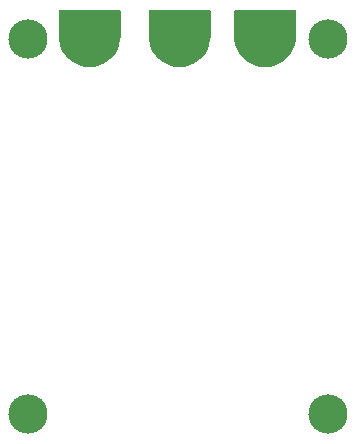
<source format=gbr>
G04 EAGLE Gerber RS-274X export*
G75*
%MOMM*%
%FSLAX34Y34*%
%LPD*%
%INSoldermask Bottom*%
%IPPOS*%
%AMOC8*
5,1,8,0,0,1.08239X$1,22.5*%
G01*
%ADD10C,3.317600*%
%ADD11C,4.317600*%

G36*
X81148Y319413D02*
X81148Y319413D01*
X81229Y319431D01*
X81274Y319431D01*
X84815Y320201D01*
X84892Y320231D01*
X84936Y320237D01*
X88332Y321503D01*
X88405Y321543D01*
X88447Y321556D01*
X91628Y323293D01*
X91694Y323343D01*
X91735Y323361D01*
X94636Y325533D01*
X94694Y325592D01*
X94732Y325616D01*
X97294Y328178D01*
X97343Y328245D01*
X97377Y328274D01*
X99549Y331175D01*
X99588Y331249D01*
X99617Y331282D01*
X101354Y334463D01*
X101383Y334541D01*
X101407Y334578D01*
X102673Y337974D01*
X102690Y338055D01*
X102709Y338095D01*
X103479Y341636D01*
X103485Y341719D01*
X103497Y341762D01*
X103756Y345377D01*
X103753Y345416D01*
X103758Y345440D01*
X103758Y366140D01*
X103743Y366242D01*
X103735Y366344D01*
X103723Y366372D01*
X103718Y366403D01*
X103674Y366495D01*
X103636Y366591D01*
X103616Y366614D01*
X103603Y366642D01*
X103533Y366717D01*
X103468Y366797D01*
X103442Y366814D01*
X103421Y366836D01*
X103332Y366887D01*
X103247Y366944D01*
X103223Y366950D01*
X103191Y366968D01*
X102931Y367026D01*
X102893Y367023D01*
X102870Y367028D01*
X52070Y367028D01*
X51968Y367013D01*
X51866Y367005D01*
X51838Y366993D01*
X51807Y366988D01*
X51715Y366944D01*
X51619Y366906D01*
X51596Y366886D01*
X51568Y366873D01*
X51493Y366803D01*
X51413Y366738D01*
X51396Y366712D01*
X51374Y366691D01*
X51323Y366602D01*
X51266Y366517D01*
X51260Y366493D01*
X51242Y366461D01*
X51184Y366201D01*
X51187Y366163D01*
X51182Y366140D01*
X51182Y345440D01*
X51188Y345401D01*
X51184Y345377D01*
X51443Y341762D01*
X51461Y341681D01*
X51461Y341636D01*
X52231Y338095D01*
X52261Y338018D01*
X52267Y337974D01*
X53533Y334578D01*
X53573Y334505D01*
X53586Y334463D01*
X55323Y331282D01*
X55373Y331216D01*
X55391Y331175D01*
X57563Y328274D01*
X57622Y328216D01*
X57646Y328178D01*
X60208Y325616D01*
X60219Y325608D01*
X60225Y325601D01*
X60267Y325573D01*
X60275Y325567D01*
X60304Y325533D01*
X63205Y323361D01*
X63279Y323322D01*
X63312Y323293D01*
X66493Y321556D01*
X66571Y321527D01*
X66608Y321503D01*
X70004Y320237D01*
X70085Y320220D01*
X70125Y320201D01*
X73666Y319431D01*
X73749Y319425D01*
X73792Y319413D01*
X77407Y319154D01*
X77489Y319161D01*
X77533Y319154D01*
X81148Y319413D01*
G37*
G36*
X157348Y319413D02*
X157348Y319413D01*
X157429Y319431D01*
X157474Y319431D01*
X161015Y320201D01*
X161092Y320231D01*
X161136Y320237D01*
X164532Y321503D01*
X164605Y321543D01*
X164647Y321556D01*
X167828Y323293D01*
X167894Y323343D01*
X167935Y323361D01*
X170836Y325533D01*
X170894Y325592D01*
X170932Y325616D01*
X173494Y328178D01*
X173543Y328245D01*
X173577Y328274D01*
X175749Y331175D01*
X175788Y331249D01*
X175817Y331282D01*
X177554Y334463D01*
X177583Y334541D01*
X177607Y334578D01*
X178873Y337974D01*
X178890Y338055D01*
X178909Y338095D01*
X179679Y341636D01*
X179685Y341719D01*
X179697Y341762D01*
X179956Y345377D01*
X179953Y345416D01*
X179958Y345440D01*
X179958Y366140D01*
X179943Y366242D01*
X179935Y366344D01*
X179923Y366372D01*
X179918Y366403D01*
X179874Y366495D01*
X179836Y366591D01*
X179816Y366614D01*
X179803Y366642D01*
X179733Y366717D01*
X179668Y366797D01*
X179642Y366814D01*
X179621Y366836D01*
X179532Y366887D01*
X179447Y366944D01*
X179423Y366950D01*
X179391Y366968D01*
X179131Y367026D01*
X179093Y367023D01*
X179070Y367028D01*
X128270Y367028D01*
X128168Y367013D01*
X128066Y367005D01*
X128038Y366993D01*
X128007Y366988D01*
X127915Y366944D01*
X127819Y366906D01*
X127796Y366886D01*
X127768Y366873D01*
X127693Y366803D01*
X127613Y366738D01*
X127596Y366712D01*
X127574Y366691D01*
X127523Y366602D01*
X127466Y366517D01*
X127460Y366493D01*
X127442Y366461D01*
X127384Y366201D01*
X127387Y366163D01*
X127382Y366140D01*
X127382Y345440D01*
X127388Y345401D01*
X127384Y345377D01*
X127643Y341762D01*
X127661Y341681D01*
X127661Y341636D01*
X128431Y338095D01*
X128461Y338018D01*
X128467Y337974D01*
X129733Y334578D01*
X129773Y334505D01*
X129786Y334463D01*
X131523Y331282D01*
X131573Y331216D01*
X131591Y331175D01*
X133763Y328274D01*
X133822Y328216D01*
X133846Y328178D01*
X136408Y325616D01*
X136419Y325608D01*
X136425Y325601D01*
X136467Y325573D01*
X136475Y325567D01*
X136504Y325533D01*
X139405Y323361D01*
X139479Y323322D01*
X139512Y323293D01*
X142693Y321556D01*
X142771Y321527D01*
X142808Y321503D01*
X146204Y320237D01*
X146285Y320220D01*
X146325Y320201D01*
X149866Y319431D01*
X149949Y319425D01*
X149992Y319413D01*
X153607Y319154D01*
X153689Y319161D01*
X153733Y319154D01*
X157348Y319413D01*
G37*
G36*
X229738Y319413D02*
X229738Y319413D01*
X229819Y319431D01*
X229864Y319431D01*
X233405Y320201D01*
X233482Y320231D01*
X233526Y320237D01*
X236922Y321503D01*
X236995Y321543D01*
X237037Y321556D01*
X240218Y323293D01*
X240284Y323343D01*
X240325Y323361D01*
X243226Y325533D01*
X243284Y325592D01*
X243322Y325616D01*
X245884Y328178D01*
X245933Y328245D01*
X245967Y328274D01*
X248139Y331175D01*
X248178Y331249D01*
X248207Y331282D01*
X249944Y334463D01*
X249973Y334541D01*
X249997Y334578D01*
X251263Y337974D01*
X251280Y338055D01*
X251299Y338095D01*
X252069Y341636D01*
X252075Y341719D01*
X252087Y341762D01*
X252346Y345377D01*
X252343Y345416D01*
X252348Y345440D01*
X252348Y366140D01*
X252333Y366242D01*
X252325Y366344D01*
X252313Y366372D01*
X252308Y366403D01*
X252264Y366495D01*
X252226Y366591D01*
X252206Y366614D01*
X252193Y366642D01*
X252123Y366717D01*
X252058Y366797D01*
X252032Y366814D01*
X252011Y366836D01*
X251922Y366887D01*
X251837Y366944D01*
X251813Y366950D01*
X251781Y366968D01*
X251521Y367026D01*
X251483Y367023D01*
X251460Y367028D01*
X200660Y367028D01*
X200558Y367013D01*
X200456Y367005D01*
X200428Y366993D01*
X200397Y366988D01*
X200305Y366944D01*
X200209Y366906D01*
X200186Y366886D01*
X200158Y366873D01*
X200083Y366803D01*
X200003Y366738D01*
X199986Y366712D01*
X199964Y366691D01*
X199913Y366602D01*
X199856Y366517D01*
X199850Y366493D01*
X199832Y366461D01*
X199774Y366201D01*
X199777Y366163D01*
X199772Y366140D01*
X199772Y345440D01*
X199778Y345401D01*
X199774Y345377D01*
X200033Y341762D01*
X200051Y341681D01*
X200051Y341636D01*
X200821Y338095D01*
X200851Y338018D01*
X200857Y337974D01*
X202123Y334578D01*
X202163Y334505D01*
X202176Y334463D01*
X203913Y331282D01*
X203963Y331216D01*
X203981Y331175D01*
X206153Y328274D01*
X206212Y328216D01*
X206236Y328178D01*
X208798Y325616D01*
X208809Y325608D01*
X208815Y325601D01*
X208857Y325573D01*
X208865Y325567D01*
X208894Y325533D01*
X211795Y323361D01*
X211869Y323322D01*
X211902Y323293D01*
X215083Y321556D01*
X215161Y321527D01*
X215198Y321503D01*
X218594Y320237D01*
X218675Y320220D01*
X218715Y320201D01*
X222256Y319431D01*
X222339Y319425D01*
X222382Y319413D01*
X225997Y319154D01*
X226079Y319161D01*
X226123Y319154D01*
X229738Y319413D01*
G37*
D10*
X279400Y342900D03*
X25400Y342900D03*
X279400Y25400D03*
X25400Y25400D03*
D11*
X226060Y341630D03*
X153670Y341630D03*
X77470Y341630D03*
M02*

</source>
